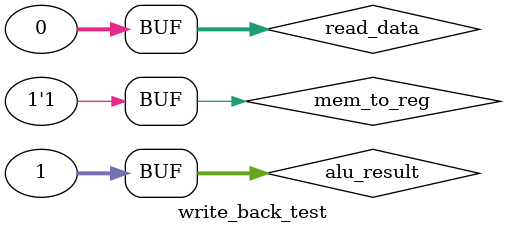
<source format=v>
`timescale 1ns / 1ps

module write_back_test;

	// Inputs
	reg mem_to_reg;
	reg [31:0] read_data;
	reg [31:0] alu_result;

	// Outputs
	wire [31:0] write_data;

	// Instantiate the Unit Under Test (UUT)
	write_back uut (
		.mem_to_reg(mem_to_reg), 
		.read_data(read_data), 
		.alu_result(alu_result), 
		.write_data(write_data)
	);

	initial begin
		mem_to_reg = 1'b0;
		#1;
		read_data = 32'h00000000;
		alu_result = 32'h00000001;
		#100;
		
		mem_to_reg = 1'b1;
		read_data = 32'h00000000;
		alu_result = 32'h00000001;
	end
      
endmodule


</source>
